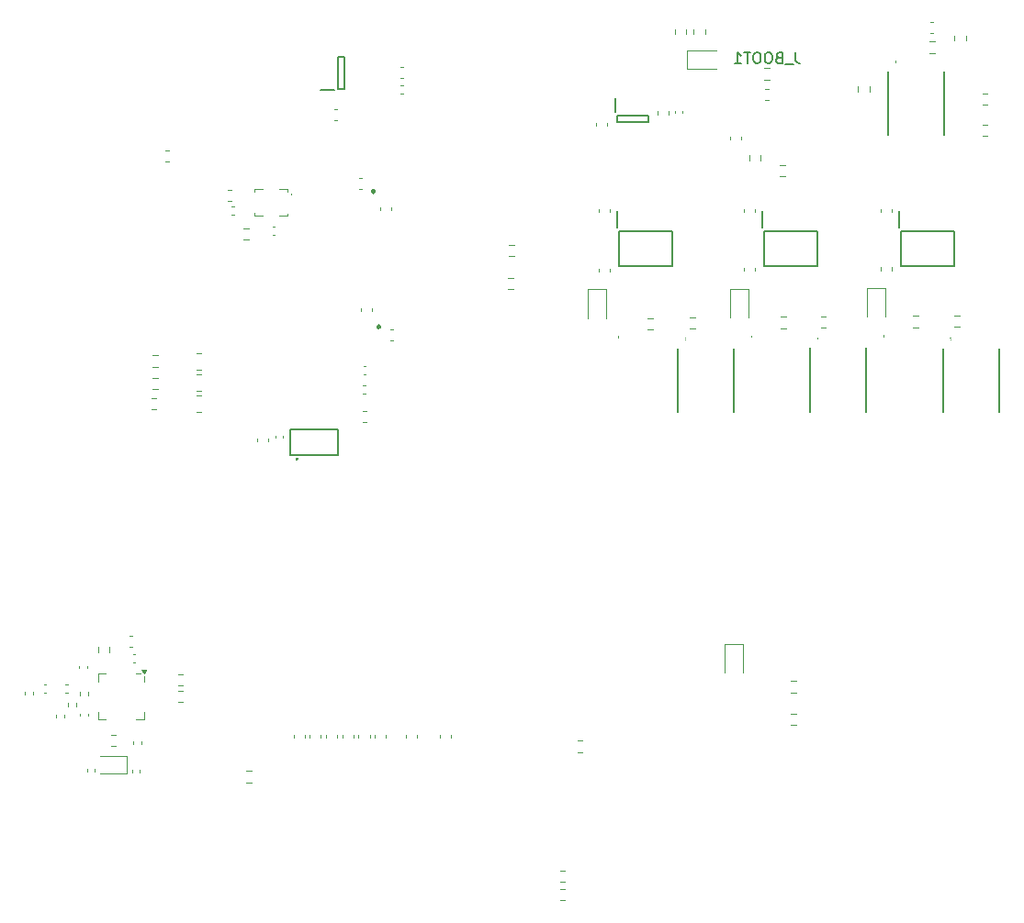
<source format=gbr>
%TF.GenerationSoftware,KiCad,Pcbnew,8.0.5*%
%TF.CreationDate,2024-10-20T13:56:42+02:00*%
%TF.ProjectId,Flight_Controller,466c6967-6874-45f4-936f-6e74726f6c6c,rev?*%
%TF.SameCoordinates,Original*%
%TF.FileFunction,Legend,Bot*%
%TF.FilePolarity,Positive*%
%FSLAX46Y46*%
G04 Gerber Fmt 4.6, Leading zero omitted, Abs format (unit mm)*
G04 Created by KiCad (PCBNEW 8.0.5) date 2024-10-20 13:56:42*
%MOMM*%
%LPD*%
G01*
G04 APERTURE LIST*
%ADD10C,0.150000*%
%ADD11C,0.120000*%
%ADD12C,0.200000*%
%ADD13C,0.100000*%
%ADD14C,0.250000*%
%ADD15C,0.254000*%
G04 APERTURE END LIST*
D10*
X86992857Y-24281976D02*
X86992857Y-24996261D01*
X86992857Y-24996261D02*
X87040476Y-25139118D01*
X87040476Y-25139118D02*
X87135714Y-25234357D01*
X87135714Y-25234357D02*
X87278571Y-25281976D01*
X87278571Y-25281976D02*
X87373809Y-25281976D01*
X86754762Y-25377214D02*
X85992857Y-25377214D01*
X85421428Y-24758166D02*
X85278571Y-24805785D01*
X85278571Y-24805785D02*
X85230952Y-24853404D01*
X85230952Y-24853404D02*
X85183333Y-24948642D01*
X85183333Y-24948642D02*
X85183333Y-25091499D01*
X85183333Y-25091499D02*
X85230952Y-25186737D01*
X85230952Y-25186737D02*
X85278571Y-25234357D01*
X85278571Y-25234357D02*
X85373809Y-25281976D01*
X85373809Y-25281976D02*
X85754761Y-25281976D01*
X85754761Y-25281976D02*
X85754761Y-24281976D01*
X85754761Y-24281976D02*
X85421428Y-24281976D01*
X85421428Y-24281976D02*
X85326190Y-24329595D01*
X85326190Y-24329595D02*
X85278571Y-24377214D01*
X85278571Y-24377214D02*
X85230952Y-24472452D01*
X85230952Y-24472452D02*
X85230952Y-24567690D01*
X85230952Y-24567690D02*
X85278571Y-24662928D01*
X85278571Y-24662928D02*
X85326190Y-24710547D01*
X85326190Y-24710547D02*
X85421428Y-24758166D01*
X85421428Y-24758166D02*
X85754761Y-24758166D01*
X84564285Y-24281976D02*
X84373809Y-24281976D01*
X84373809Y-24281976D02*
X84278571Y-24329595D01*
X84278571Y-24329595D02*
X84183333Y-24424833D01*
X84183333Y-24424833D02*
X84135714Y-24615309D01*
X84135714Y-24615309D02*
X84135714Y-24948642D01*
X84135714Y-24948642D02*
X84183333Y-25139118D01*
X84183333Y-25139118D02*
X84278571Y-25234357D01*
X84278571Y-25234357D02*
X84373809Y-25281976D01*
X84373809Y-25281976D02*
X84564285Y-25281976D01*
X84564285Y-25281976D02*
X84659523Y-25234357D01*
X84659523Y-25234357D02*
X84754761Y-25139118D01*
X84754761Y-25139118D02*
X84802380Y-24948642D01*
X84802380Y-24948642D02*
X84802380Y-24615309D01*
X84802380Y-24615309D02*
X84754761Y-24424833D01*
X84754761Y-24424833D02*
X84659523Y-24329595D01*
X84659523Y-24329595D02*
X84564285Y-24281976D01*
X83516666Y-24281976D02*
X83326190Y-24281976D01*
X83326190Y-24281976D02*
X83230952Y-24329595D01*
X83230952Y-24329595D02*
X83135714Y-24424833D01*
X83135714Y-24424833D02*
X83088095Y-24615309D01*
X83088095Y-24615309D02*
X83088095Y-24948642D01*
X83088095Y-24948642D02*
X83135714Y-25139118D01*
X83135714Y-25139118D02*
X83230952Y-25234357D01*
X83230952Y-25234357D02*
X83326190Y-25281976D01*
X83326190Y-25281976D02*
X83516666Y-25281976D01*
X83516666Y-25281976D02*
X83611904Y-25234357D01*
X83611904Y-25234357D02*
X83707142Y-25139118D01*
X83707142Y-25139118D02*
X83754761Y-24948642D01*
X83754761Y-24948642D02*
X83754761Y-24615309D01*
X83754761Y-24615309D02*
X83707142Y-24424833D01*
X83707142Y-24424833D02*
X83611904Y-24329595D01*
X83611904Y-24329595D02*
X83516666Y-24281976D01*
X82802380Y-24281976D02*
X82230952Y-24281976D01*
X82516666Y-25281976D02*
X82516666Y-24281976D01*
X81373809Y-25281976D02*
X81945237Y-25281976D01*
X81659523Y-25281976D02*
X81659523Y-24281976D01*
X81659523Y-24281976D02*
X81754761Y-24424833D01*
X81754761Y-24424833D02*
X81849999Y-24520071D01*
X81849999Y-24520071D02*
X81945237Y-24567690D01*
D11*
%TO.C,C6*%
X82235000Y-38997737D02*
X82235000Y-38716577D01*
X83255000Y-38997737D02*
X83255000Y-38716577D01*
D12*
%TO.C,Q5*%
X95525000Y-26007157D02*
X95525000Y-31907157D01*
D13*
X96195000Y-25057157D02*
X96195000Y-25057157D01*
X96195000Y-25157157D02*
X96195000Y-25157157D01*
D12*
X100675000Y-26007157D02*
X100675000Y-31907157D01*
D13*
X96195000Y-25057157D02*
G75*
G02*
X96195000Y-25157157I0J-50000D01*
G01*
X96195000Y-25157157D02*
G75*
G02*
X96195000Y-25057157I0J50000D01*
G01*
%TO.C,Q2*%
X95115000Y-50407157D02*
X95115000Y-50407157D01*
X95115000Y-50507157D02*
X95115000Y-50507157D01*
X95115000Y-50407157D02*
G75*
G02*
X95115000Y-50507157I0J-50000D01*
G01*
X95115000Y-50507157D02*
G75*
G02*
X95115000Y-50407157I0J50000D01*
G01*
D11*
%TO.C,C22*%
X84184420Y-27672157D02*
X84465580Y-27672157D01*
X84184420Y-28692157D02*
X84465580Y-28692157D01*
%TO.C,C18*%
X80940000Y-32317737D02*
X80940000Y-32036577D01*
X81960000Y-32317737D02*
X81960000Y-32036577D01*
%TO.C,R25*%
X75827500Y-22119899D02*
X75827500Y-22594415D01*
X76872500Y-22119899D02*
X76872500Y-22594415D01*
%TO.C,C3*%
X44713580Y-29490000D02*
X44432420Y-29490000D01*
X44713580Y-30510000D02*
X44432420Y-30510000D01*
%TO.C,C22*%
X48190000Y-87540580D02*
X48190000Y-87259420D01*
X49210000Y-87540580D02*
X49210000Y-87259420D01*
%TO.C,C28*%
X54190000Y-87515580D02*
X54190000Y-87234420D01*
X55210000Y-87515580D02*
X55210000Y-87234420D01*
%TO.C,D4*%
X80450000Y-81500000D02*
X80450000Y-78840000D01*
X82150000Y-78840000D02*
X80450000Y-78840000D01*
X82150000Y-81500000D02*
X82150000Y-78840000D01*
%TO.C,R3*%
X30512258Y-83165000D02*
X30037742Y-83165000D01*
X30512258Y-84210000D02*
X30037742Y-84210000D01*
%TO.C,R5*%
X104687258Y-30934657D02*
X104212742Y-30934657D01*
X104687258Y-31979657D02*
X104212742Y-31979657D01*
%TO.C,C2*%
X50540165Y-27326000D02*
X50771835Y-27326000D01*
X50540165Y-28046000D02*
X50771835Y-28046000D01*
%TO.C,C18*%
X15940000Y-83527836D02*
X15940000Y-83312164D01*
X16660000Y-83527836D02*
X16660000Y-83312164D01*
%TO.C,C27*%
X40690000Y-87515580D02*
X40690000Y-87234420D01*
X41710000Y-87515580D02*
X41710000Y-87234420D01*
%TO.C,L2*%
X19895000Y-84333859D02*
X19895000Y-84641141D01*
X20655000Y-84333859D02*
X20655000Y-84641141D01*
%TO.C,R1*%
X60949258Y-45069500D02*
X60474742Y-45069500D01*
X60949258Y-46114500D02*
X60474742Y-46114500D01*
%TO.C,C23*%
X35187836Y-38502000D02*
X34972164Y-38502000D01*
X35187836Y-39222000D02*
X34972164Y-39222000D01*
%TO.C,C7*%
X82240000Y-44422737D02*
X82240000Y-44141577D01*
X83260000Y-44422737D02*
X83260000Y-44141577D01*
%TO.C,C3*%
X25534420Y-78077500D02*
X25815580Y-78077500D01*
X25534420Y-79097500D02*
X25815580Y-79097500D01*
%TO.C,R2*%
X65737258Y-99767500D02*
X65262742Y-99767500D01*
X65737258Y-100812500D02*
X65262742Y-100812500D01*
%TO.C,J_VUSB1*%
X92727500Y-27419899D02*
X92727500Y-27894415D01*
X93772500Y-27419899D02*
X93772500Y-27894415D01*
%TO.C,L1*%
X20965000Y-83313859D02*
X20965000Y-83621141D01*
X21725000Y-83313859D02*
X21725000Y-83621141D01*
D12*
%TO.C,IC1*%
X83945000Y-40407157D02*
X83945000Y-38882157D01*
X84100000Y-40757157D02*
X89000000Y-40757157D01*
X84100000Y-43957157D02*
X84100000Y-40757157D01*
X89000000Y-40757157D02*
X89000000Y-43957157D01*
X89000000Y-43957157D02*
X84100000Y-43957157D01*
D11*
%TO.C,C17*%
X48690000Y-38534420D02*
X48690000Y-38815580D01*
X49710000Y-38534420D02*
X49710000Y-38815580D01*
%TO.C,C18*%
X47351836Y-53234000D02*
X47136164Y-53234000D01*
X47351836Y-53954000D02*
X47136164Y-53954000D01*
%TO.C,R3*%
X102087258Y-48534657D02*
X101612742Y-48534657D01*
X102087258Y-49579657D02*
X101612742Y-49579657D01*
D14*
%TO.C,IC5*%
X48175000Y-37100000D02*
G75*
G02*
X47925000Y-37100000I-125000J0D01*
G01*
X47925000Y-37100000D02*
G75*
G02*
X48175000Y-37100000I125000J0D01*
G01*
D11*
%TO.C,R8*%
X82727500Y-34244415D02*
X82727500Y-33769899D01*
X83772500Y-34244415D02*
X83772500Y-33769899D01*
%TO.C,C5*%
X74250000Y-29716577D02*
X74250000Y-29997737D01*
X75270000Y-29716577D02*
X75270000Y-29997737D01*
%TO.C,C12*%
X49890580Y-49830000D02*
X49609420Y-49830000D01*
X49890580Y-50850000D02*
X49609420Y-50850000D01*
D12*
%TO.C,Q1*%
X100580000Y-51582157D02*
X100580000Y-57482157D01*
D13*
X101250000Y-50632157D02*
X101250000Y-50632157D01*
X101250000Y-50732157D02*
X101250000Y-50732157D01*
D12*
X105730000Y-51582157D02*
X105730000Y-57482157D01*
D13*
X101250000Y-50632157D02*
G75*
G02*
X101250000Y-50732157I0J-50000D01*
G01*
X101250000Y-50732157D02*
G75*
G02*
X101250000Y-50632157I0J50000D01*
G01*
%TO.C,IC2*%
X37108000Y-36850000D02*
X37808000Y-36850000D01*
X37108000Y-37100000D02*
X37108000Y-36850000D01*
X37108000Y-39100000D02*
X37108000Y-39350000D01*
X37108000Y-39350000D02*
X37808000Y-39350000D01*
X39408000Y-36850000D02*
X40108000Y-36850000D01*
X39408000Y-39350000D02*
X40108000Y-39350000D01*
X40108000Y-36850000D02*
X40108000Y-37100000D01*
X40108000Y-39350000D02*
X40108000Y-39200000D01*
X40508000Y-37300000D02*
X40508000Y-37300000D01*
X40508000Y-37400000D02*
X40508000Y-37400000D01*
X40508000Y-37300000D02*
G75*
G02*
X40508000Y-37400000I0J-50000D01*
G01*
X40508000Y-37400000D02*
G75*
G02*
X40508000Y-37300000I0J50000D01*
G01*
D11*
%TO.C,J_Fsync1*%
X36084742Y-40487500D02*
X36559258Y-40487500D01*
X36084742Y-41532500D02*
X36559258Y-41532500D01*
%TO.C,C13*%
X21640000Y-90392164D02*
X21640000Y-90607836D01*
X22360000Y-90392164D02*
X22360000Y-90607836D01*
%TO.C,L3*%
X19611359Y-82607500D02*
X19918641Y-82607500D01*
X19611359Y-83367500D02*
X19918641Y-83367500D01*
%TO.C,C25*%
X43690000Y-87540580D02*
X43690000Y-87259420D01*
X44710000Y-87540580D02*
X44710000Y-87259420D01*
%TO.C,C15*%
X68840000Y-44497737D02*
X68840000Y-44216577D01*
X69860000Y-44497737D02*
X69860000Y-44216577D01*
%TO.C,R9*%
X22652500Y-79150242D02*
X22652500Y-79624758D01*
X23697500Y-79150242D02*
X23697500Y-79624758D01*
%TO.C,R18*%
X77687258Y-48734657D02*
X77212742Y-48734657D01*
X77687258Y-49779657D02*
X77212742Y-49779657D01*
%TO.C,R4*%
X30037742Y-81665000D02*
X30512258Y-81665000D01*
X30037742Y-82710000D02*
X30512258Y-82710000D01*
%TO.C,C23*%
X51090000Y-87515580D02*
X51090000Y-87234420D01*
X52110000Y-87515580D02*
X52110000Y-87234420D01*
%TO.C,R3*%
X27712742Y-54277500D02*
X28187258Y-54277500D01*
X27712742Y-55322500D02*
X28187258Y-55322500D01*
%TO.C,C3*%
X94840000Y-44397737D02*
X94840000Y-44116577D01*
X95860000Y-44397737D02*
X95860000Y-44116577D01*
%TO.C,Y2*%
X22875000Y-90787500D02*
X25275000Y-90787500D01*
X25275000Y-89187500D02*
X22875000Y-89187500D01*
X25275000Y-90787500D02*
X25275000Y-89187500D01*
%TO.C,C4*%
X94840000Y-38997737D02*
X94840000Y-38716577D01*
X95860000Y-38997737D02*
X95860000Y-38716577D01*
%TO.C,R23*%
X99312742Y-23284657D02*
X99787258Y-23284657D01*
X99312742Y-24329657D02*
X99787258Y-24329657D01*
%TO.C,C24*%
X38957836Y-40390000D02*
X38742164Y-40390000D01*
X38957836Y-41110000D02*
X38742164Y-41110000D01*
D13*
%TO.C,Q7*%
X82900000Y-50407157D02*
X82900000Y-50407157D01*
X82900000Y-50507157D02*
X82900000Y-50507157D01*
X82900000Y-50407157D02*
G75*
G02*
X82900000Y-50507157I0J-50000D01*
G01*
X82900000Y-50507157D02*
G75*
G02*
X82900000Y-50407157I0J50000D01*
G01*
D12*
%TO.C,Q4*%
X76120000Y-51582157D02*
X76120000Y-57482157D01*
D13*
X76790000Y-50632157D02*
X76790000Y-50632157D01*
X76790000Y-50732157D02*
X76790000Y-50732157D01*
D12*
X81270000Y-51582157D02*
X81270000Y-57482157D01*
D13*
X76790000Y-50632157D02*
G75*
G02*
X76790000Y-50732157I0J-50000D01*
G01*
X76790000Y-50732157D02*
G75*
G02*
X76790000Y-50632157I0J50000D01*
G01*
D11*
%TO.C,U3*%
X22665000Y-81615000D02*
X23390000Y-81615000D01*
X22665000Y-82340000D02*
X22665000Y-81615000D01*
X22665000Y-85110000D02*
X22665000Y-85835000D01*
X22665000Y-85835000D02*
X23390000Y-85835000D01*
X26585000Y-81615000D02*
X26160000Y-81615000D01*
X26885000Y-81855000D02*
X26885000Y-82340000D01*
X26885000Y-85110000D02*
X26885000Y-85835000D01*
X26885000Y-85835000D02*
X26160000Y-85835000D01*
X26885000Y-81615000D02*
X26645000Y-81285000D01*
X27125000Y-81285000D01*
X26885000Y-81615000D01*
G36*
X26885000Y-81615000D02*
G01*
X26645000Y-81285000D01*
X27125000Y-81285000D01*
X26885000Y-81615000D01*
G37*
%TO.C,R4*%
X27562742Y-56177500D02*
X28037258Y-56177500D01*
X27562742Y-57222500D02*
X28037258Y-57222500D01*
D13*
%TO.C,Q3*%
X70650000Y-50457157D02*
X70650000Y-50457157D01*
X70650000Y-50557157D02*
X70650000Y-50557157D01*
X70650000Y-50457157D02*
G75*
G02*
X70650000Y-50557157I0J-50000D01*
G01*
X70650000Y-50557157D02*
G75*
G02*
X70650000Y-50457157I0J50000D01*
G01*
D11*
%TO.C,R2*%
X98287258Y-48584657D02*
X97812742Y-48584657D01*
X98287258Y-49629657D02*
X97812742Y-49629657D01*
%TO.C,R17*%
X73787258Y-48784657D02*
X73312742Y-48784657D01*
X73787258Y-49829657D02*
X73312742Y-49829657D01*
%TO.C,C19*%
X18815000Y-85392164D02*
X18815000Y-85607836D01*
X19535000Y-85392164D02*
X19535000Y-85607836D01*
%TO.C,C38*%
X28909420Y-33290000D02*
X29190580Y-33290000D01*
X28909420Y-34310000D02*
X29190580Y-34310000D01*
%TO.C,NTC_solder_pad2*%
X31722936Y-55965000D02*
X32177064Y-55965000D01*
X31722936Y-57435000D02*
X32177064Y-57435000D01*
%TO.C,R9*%
X27712742Y-52227500D02*
X28187258Y-52227500D01*
X27712742Y-53272500D02*
X28187258Y-53272500D01*
%TO.C,C22*%
X34938580Y-36944000D02*
X34657420Y-36944000D01*
X34938580Y-37964000D02*
X34657420Y-37964000D01*
%TO.C,C10*%
X25892164Y-79840000D02*
X26107836Y-79840000D01*
X25892164Y-80560000D02*
X26107836Y-80560000D01*
%TO.C,R26*%
X77577500Y-22119899D02*
X77577500Y-22594415D01*
X78622500Y-22119899D02*
X78622500Y-22594415D01*
%TO.C,C11*%
X46940000Y-48180580D02*
X46940000Y-47899420D01*
X47960000Y-48180580D02*
X47960000Y-47899420D01*
D12*
%TO.C,IC3*%
X96545000Y-40407157D02*
X96545000Y-38882157D01*
X96700000Y-40757157D02*
X101600000Y-40757157D01*
X96700000Y-43957157D02*
X96700000Y-40757157D01*
X101600000Y-40757157D02*
X101600000Y-43957157D01*
X101600000Y-43957157D02*
X96700000Y-43957157D01*
D11*
%TO.C,C20*%
X47323836Y-55012000D02*
X47108164Y-55012000D01*
X47323836Y-55732000D02*
X47108164Y-55732000D01*
%TO.C,C26*%
X42190000Y-87515580D02*
X42190000Y-87234420D01*
X43210000Y-87515580D02*
X43210000Y-87234420D01*
%TO.C,C14*%
X68840000Y-39022737D02*
X68840000Y-38741577D01*
X69860000Y-39022737D02*
X69860000Y-38741577D01*
D12*
%TO.C,IC4*%
X70545000Y-40407157D02*
X70545000Y-38882157D01*
X70700000Y-40757157D02*
X75600000Y-40757157D01*
X70700000Y-43957157D02*
X70700000Y-40757157D01*
X75600000Y-40757157D02*
X75600000Y-43957157D01*
X75600000Y-43957157D02*
X70700000Y-43957157D01*
D11*
%TO.C,J_BOOT1*%
X84112742Y-25734657D02*
X84587258Y-25734657D01*
X84112742Y-26779657D02*
X84587258Y-26779657D01*
D12*
%TO.C,IC1*%
X44456000Y-27762000D02*
X43206000Y-27762000D01*
X44806000Y-24712000D02*
X45356000Y-24712000D01*
X44806000Y-27612000D02*
X44806000Y-24712000D01*
X45356000Y-24712000D02*
X45356000Y-27612000D01*
X45356000Y-27612000D02*
X44806000Y-27612000D01*
D11*
%TO.C,C24*%
X45190000Y-87540580D02*
X45190000Y-87259420D01*
X46210000Y-87540580D02*
X46210000Y-87259420D01*
%TO.C,R9*%
X86087258Y-48684657D02*
X85612742Y-48684657D01*
X86087258Y-49729657D02*
X85612742Y-49729657D01*
%TO.C,J2*%
X66862742Y-87777500D02*
X67337258Y-87777500D01*
X66862742Y-88822500D02*
X67337258Y-88822500D01*
%TO.C,C20*%
X21015000Y-85495336D02*
X21015000Y-85279664D01*
X21735000Y-85495336D02*
X21735000Y-85279664D01*
%TO.C,C17*%
X17657164Y-82627500D02*
X17872836Y-82627500D01*
X17657164Y-83347500D02*
X17872836Y-83347500D01*
%TO.C,D4*%
X67850000Y-48807157D02*
X67850000Y-46147157D01*
X69550000Y-46147157D02*
X67850000Y-46147157D01*
X69550000Y-48807157D02*
X69550000Y-46147157D01*
%TO.C,C13*%
X46717420Y-35890000D02*
X46998580Y-35890000D01*
X46717420Y-36910000D02*
X46998580Y-36910000D01*
%TO.C,R8*%
X87037258Y-85277500D02*
X86562742Y-85277500D01*
X87037258Y-86322500D02*
X86562742Y-86322500D01*
D12*
%TO.C,U3*%
X40400000Y-59054000D02*
X44800000Y-59054000D01*
X40400000Y-61454000D02*
X40400000Y-59054000D01*
X44800000Y-59054000D02*
X44800000Y-61454000D01*
X44800000Y-61454000D02*
X40400000Y-61454000D01*
D15*
X41024770Y-61802000D02*
G75*
G02*
X40977230Y-61802000I-23770J0D01*
G01*
X40977230Y-61802000D02*
G75*
G02*
X41024770Y-61802000I23770J0D01*
G01*
D11*
%TO.C,D3*%
X80900000Y-48757157D02*
X80900000Y-46097157D01*
X82600000Y-46097157D02*
X80900000Y-46097157D01*
X82600000Y-48757157D02*
X82600000Y-46097157D01*
%TO.C,R13*%
X87037258Y-82277500D02*
X86562742Y-82277500D01*
X87037258Y-83322500D02*
X86562742Y-83322500D01*
%TO.C,C12*%
X25815000Y-90479664D02*
X25815000Y-90695336D01*
X26535000Y-90479664D02*
X26535000Y-90695336D01*
%TO.C,R7*%
X85986390Y-34684657D02*
X85511874Y-34684657D01*
X85986390Y-35729657D02*
X85511874Y-35729657D01*
%TO.C,NTC_solder_pad3*%
X31722936Y-52065000D02*
X32177064Y-52065000D01*
X31722936Y-53535000D02*
X32177064Y-53535000D01*
%TO.C,R6*%
X104687258Y-28034657D02*
X104212742Y-28034657D01*
X104687258Y-29079657D02*
X104212742Y-29079657D01*
%TO.C,C19*%
X47384580Y-57402000D02*
X47103420Y-57402000D01*
X47384580Y-58422000D02*
X47103420Y-58422000D01*
%TO.C,D1*%
X93550000Y-48682157D02*
X93550000Y-46022157D01*
X95250000Y-46022157D02*
X93550000Y-46022157D01*
X95250000Y-48682157D02*
X95250000Y-46022157D01*
%TO.C,C28*%
X99409420Y-21497157D02*
X99690580Y-21497157D01*
X99409420Y-22517157D02*
X99690580Y-22517157D01*
%TO.C,NTC_solder_pad1*%
X31722936Y-54015000D02*
X32177064Y-54015000D01*
X31722936Y-55485000D02*
X32177064Y-55485000D01*
D12*
%TO.C,Q8*%
X88325000Y-51559157D02*
X88325000Y-57459157D01*
D13*
X88995000Y-50609157D02*
X88995000Y-50609157D01*
X88995000Y-50709157D02*
X88995000Y-50709157D01*
D12*
X93475000Y-51559157D02*
X93475000Y-57459157D01*
D13*
X88995000Y-50609157D02*
G75*
G02*
X88995000Y-50709157I0J-50000D01*
G01*
X88995000Y-50709157D02*
G75*
G02*
X88995000Y-50609157I0J50000D01*
G01*
D11*
%TO.C,C11*%
X25915000Y-87879664D02*
X25915000Y-88095336D01*
X26635000Y-87879664D02*
X26635000Y-88095336D01*
%TO.C,D2*%
X76990000Y-24107157D02*
X76990000Y-25807157D01*
X79650000Y-24107157D02*
X76990000Y-24107157D01*
X79650000Y-25807157D02*
X76990000Y-25807157D01*
%TO.C,R10*%
X24312258Y-87265000D02*
X23837742Y-87265000D01*
X24312258Y-88310000D02*
X23837742Y-88310000D01*
%TO.C,R2*%
X61002758Y-42021500D02*
X60528242Y-42021500D01*
X61002758Y-43066500D02*
X60528242Y-43066500D01*
%TO.C,C21*%
X46690000Y-87540580D02*
X46690000Y-87259420D01*
X47710000Y-87540580D02*
X47710000Y-87259420D01*
D14*
%TO.C,IC3*%
X48675000Y-49600000D02*
G75*
G02*
X48425000Y-49600000I-125000J0D01*
G01*
X48425000Y-49600000D02*
G75*
G02*
X48675000Y-49600000I125000J0D01*
G01*
D11*
%TO.C,C13*%
X75850000Y-29641322D02*
X75850000Y-29872992D01*
X76570000Y-29641322D02*
X76570000Y-29872992D01*
%TO.C,R10*%
X89787258Y-48634657D02*
X89312742Y-48634657D01*
X89787258Y-49679657D02*
X89312742Y-49679657D01*
%TO.C,C25*%
X37356000Y-59897420D02*
X37356000Y-60178580D01*
X38376000Y-59897420D02*
X38376000Y-60178580D01*
%TO.C,C26*%
X39030000Y-59648164D02*
X39030000Y-59863836D01*
X39750000Y-59648164D02*
X39750000Y-59863836D01*
D12*
%TO.C,IC2*%
X70350000Y-29782157D02*
X70350000Y-28532157D01*
X70500000Y-30132157D02*
X73400000Y-30132157D01*
X70500000Y-30682157D02*
X70500000Y-30132157D01*
X73400000Y-30132157D02*
X73400000Y-30682157D01*
X73400000Y-30682157D02*
X70500000Y-30682157D01*
D11*
%TO.C,C10*%
X68580000Y-31067737D02*
X68580000Y-30786577D01*
X69600000Y-31067737D02*
X69600000Y-30786577D01*
%TO.C,C5*%
X20915000Y-81095336D02*
X20915000Y-80879664D01*
X21635000Y-81095336D02*
X21635000Y-80879664D01*
%TO.C,R7*%
X65262742Y-101477500D02*
X65737258Y-101477500D01*
X65262742Y-102522500D02*
X65737258Y-102522500D01*
%TO.C,C1*%
X50515420Y-25652000D02*
X50796580Y-25652000D01*
X50515420Y-26672000D02*
X50796580Y-26672000D01*
%TO.C,R24*%
X101627500Y-23194415D02*
X101627500Y-22719899D01*
X102672500Y-23194415D02*
X102672500Y-22719899D01*
%TO.C,J0*%
X36337742Y-90577500D02*
X36812258Y-90577500D01*
X36337742Y-91622500D02*
X36812258Y-91622500D01*
%TD*%
M02*

</source>
